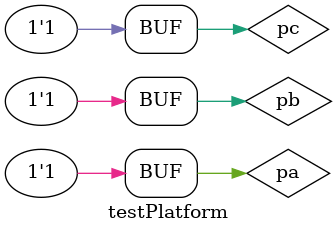
<source format=v>
module p1(out, a, b, c);	// P1, P1=!A * !B * !C
	input a, b, c;
	output out;
	not gate1(net1, a);
	not gate2(net2, b);
	not gate3(net3, c);
	and gate4(and_result, net1, net2);
	and gate5(out, and_result, net3);
endmodule

module p2(out, a, b, c);	// P2, P2=A * B * C
	input a, b, c;
	output out;
	and gate1(net1, a, b);
	and gate2(out, net1, c);
endmodule

module or_module(out, a, b);	// Y, Y=P1 + P2
	input a, b;
	output out;
	or gate1(out, a, b);
endmodule

module testPlatform;	// For testing above models
	reg pa, pb, pc;
	wire pout, aout, bout;
	p1 module1(aout, pa, pb, pc);
	p2 moduel2(bout, pa, pb, pc);
	or_module module3(pout, aout, bout);
	initial
		begin
			pa=0; pb=0; pc=0;
			#5 pc=1;
			#5 pc=0; pb=1;
			#5 pc=1;
			#5 pa=1; pb=0; pc=0;
			#5 pc=1;
			#5 pb=1; pc=0;
			#5 pc=1;
			#5;
		end
	initial
		$monitor("time=%t, pa=%b, pb=%b, pc=%b, pout=%b", $time, pa, pb, pc, pout);
endmodule

	
</source>
